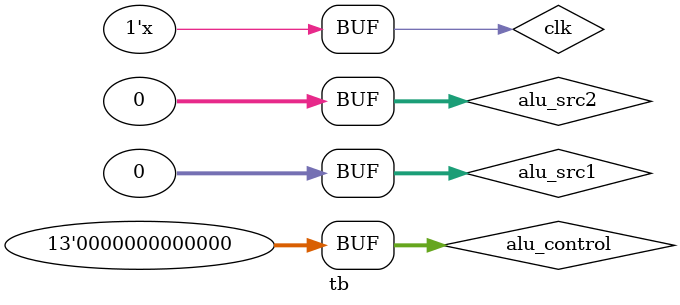
<source format=v>
`timescale 1ns / 1ps


module tb;

    reg   [12:0] alu_control;
    reg   [31:0] alu_src1;   
    reg   [31:0] alu_src2;   
    wire  [31:0] alu_result; 
//    wire  [63:0] alu_mul_result; 
    reg clk;
    alu alu_module(
        .clk(clk),
        .alu_control(alu_control),
        .alu_src1   (alu_src1   ),
        .alu_src2   (alu_src2   ),
        .alu_result (alu_result )
//        .alu_mul_result (alu_mul_result )
    );
    
    initial begin
        clk=0;
    end
    always begin
        #5 clk = ~clk;  // Ã¿¸ô5¸öÊ±¼äµ¥Î»·´×ªÒ»´Îclk
    end
    initial begin
        //å æ³æä½
        alu_control = 13'h1000;
        alu_src1 = 32'd5;
        alu_src2 = 32'd6;
        #50
        alu_control = 13'h000;
        alu_src1 = 32'd0;
        alu_src2 = 32'd0;
        #50
        alu_control = 13'h1000;
        alu_src1 = 32'd9;
        alu_src2 = 32'd8;
        #50
        alu_control = 13'h000;
        alu_src1 = 32'd0;
        alu_src2 = 32'd0;

//        alu_control = 12'h800;
//        alu_src1 = 32'd5;
//        alu_src2 = 32'd6;

//        #5;
//        alu_control = 12'h800;
//        alu_src1 = 32'd7;
//        alu_src2 = 32'd9;
        
//        #5;
//        alu_control = 12'h400;
//        alu_src1 = 32'd7;
//        alu_src2 = 32'd9;
        
//        #5;
//        alu_control = 12'h400;
//        alu_src1 = 32'd16;
//        alu_src2 = 32'd9;
        
//        #5;
//        alu_control = 12'h200;
//        alu_src1 = 32'd7;
//        alu_src2 = 32'd3;
        
//        #5;
//        alu_control = 12'h200;
//        alu_src1 = 32'd1;
//        alu_src2 = 32'd3;
        
//        #5;
//        alu_control = 12'h200;
//        alu_src1 = 32'hffff_fffe;
//        alu_src2 = 32'd3;
        
//        #5;
//        alu_control = 12'h200;
//        alu_src1 = 32'd6;
//        alu_src2 = 32'hffff_ffff;
        
//        #5;
//        alu_control = 12'h200;
//        alu_src1 = 32'hffff_fffe;
//        alu_src2 = 32'hffff_ffff;
        
//        #5;
//        alu_control = 12'h100;
//        alu_src1 = 32'h5;
//        alu_src2 = 32'hf000_0000;
        
//        #5;
//        alu_control = 12'h100;
//        alu_src1 = 32'hf000_0011;
//        alu_src2 = 32'h3;
        
//        #5;
//        alu_control = 12'h80;
//        alu_src1 = 32'hf;
//        alu_src2 = 32'h92;

//        #5;
//        alu_control = 12'h80;
//        alu_src1 = 32'hf0f;
//        alu_src2 = 32'hfff1;
        
//        #5;
//        alu_control = 12'h40;
//        alu_src1 = 32'hf0f;
//        alu_src2 = 32'hfff1;
        
//        #5;
//        alu_control = 12'h40;
//        alu_src1 = 32'hf0f0;
//        alu_src2 = 32'hf0f0_0000;
        
//        #5;
//        alu_control = 12'h20;
//        alu_src1 = 32'hf0f0;
//        alu_src2 = 32'hf0f0_0000;
        
//        #5;
//        alu_control = 12'h20;
//        alu_src1 = 32'h1010;
//        alu_src2 = 32'h101;
        
//        #5;
//        alu_control = 12'h10;
//        alu_src1 = 32'h1010;
//        alu_src2 = 32'h101;
        
//        #5;
//        alu_control = 12'h10;
//        alu_src1 = 32'h1101;
//        alu_src2 = 32'h1100;
        
//        #5;
//        alu_control = 12'h8;
//        alu_src1 = 32'h1;
//        alu_src2 = 32'h10;
        
//        #5;
//        alu_control = 12'h8;
//        alu_src1 = 32'h8;
//        alu_src2 = 32'hf0f0;
        
//        #5;
//        alu_control = 12'h4;
//        alu_src1 = 32'h8;
//        alu_src2 = 32'hf0f0;
        
//        #5;
//        alu_control = 12'h4;
//        alu_src1 = 32'h10;
//        alu_src2 = 32'hffff_ffff;
        
//        #5;
//        alu_control = 12'h2;
//        alu_src1 = 32'h10;
//        alu_src2 = 32'hfa44_6569;
        
//        #5;
//        alu_control = 12'h2;
//        alu_src1 = 32'h10;
//        alu_src2 = 32'h12565665;
        
//        #5;
//        alu_control = 12'h1;
//        alu_src1 = 32'h56515016;
//        alu_src2 = 32'hb61ab255;
        
//        #5;
//        alu_control = 12'h1;
//        alu_src1 = 32'h56515016;
//        alu_src2 = 32'h6551a9a0;
        
//        #5;
//        alu_control = 12'h0;
//        alu_src1 = 32'h56515006;
//        alu_src2 = 32'h6550a9a0;
        
        //åæ³æä½
//        #5;
//        alu_control = 13'b00100_0000_0000;
//        alu_src1 = 32'd1;
//        alu_src2 = 32'd2;
        
//        //æç¬¦å·æ¯è¾?
//        #5;
//        alu_control = 13'b00010_0000_0000;
//        alu_src1 = 32'd1;
//        alu_src2 = 32'd2;
        
//        //æ ç¬¦å·æ¯è¾?
//        #5;
//        alu_control = 13'b00001_0000_0000;
//        alu_src1 = 32'd1;
//        alu_src2 = 32'd2;
        
//        //æä½ä¸?
//        #5;
//        alu_control = 13'b00000_1000_0000;
//        alu_src1 = 32'h12345678;
//        alu_src2 = 32'hf0f0f0f0;
        
//        //æä½æé
//        #5;
//        alu_control = 13'b00000_0100_0000;
//        alu_src1 = 32'he;
//        alu_src2 = 32'd1;

//        //æä½æ?
//        #5;
//        alu_control = 13'b00000_0010_0000;
//        alu_src1 = 32'he;
//        alu_src2 = 32'd1;
        
//        //æä½å¼æ
//        #5;
//        alu_control = 13'b00000_0001_0000;
//        alu_src1 = 32'b1010;
//        alu_src2 = 32'b0101;
        
//        //é»è¾å·¦ç§»
//        #5;
//        alu_control = 13'b00000_0000_1000;
//        alu_src1 = 32'd4;
//        alu_src2 = 32'hf;
        
//        //é»è¾å³ç§»
//        #5;
//        alu_control = 13'b00000_0000_0100;
//        alu_src1 = 32'd4;
//        alu_src2 = 32'hf0;

//        //ç®æ¯å³ç§»        
//        #5;
//        alu_control = 13'b00000_0000_0010;
//        alu_src1 = 32'd4;
//        alu_src2 = 32'hf0000000;

//        //é«ä½å è½½    
//        #5;
//        alu_control = 13'b00000_0000_0001;
//        alu_src2 = 32'hbfc0;
//        #5;
//        alu_control = 13'b10000_0000_0000;
//        alu_src1 = 32'd4;
//        alu_src2 = 32'd5;
//        #5;
//        alu_control = 13'b10000_0000_0000;
//        alu_src1 = 32'd6;
//        alu_src2 = 32'd5;
    end
endmodule


</source>
